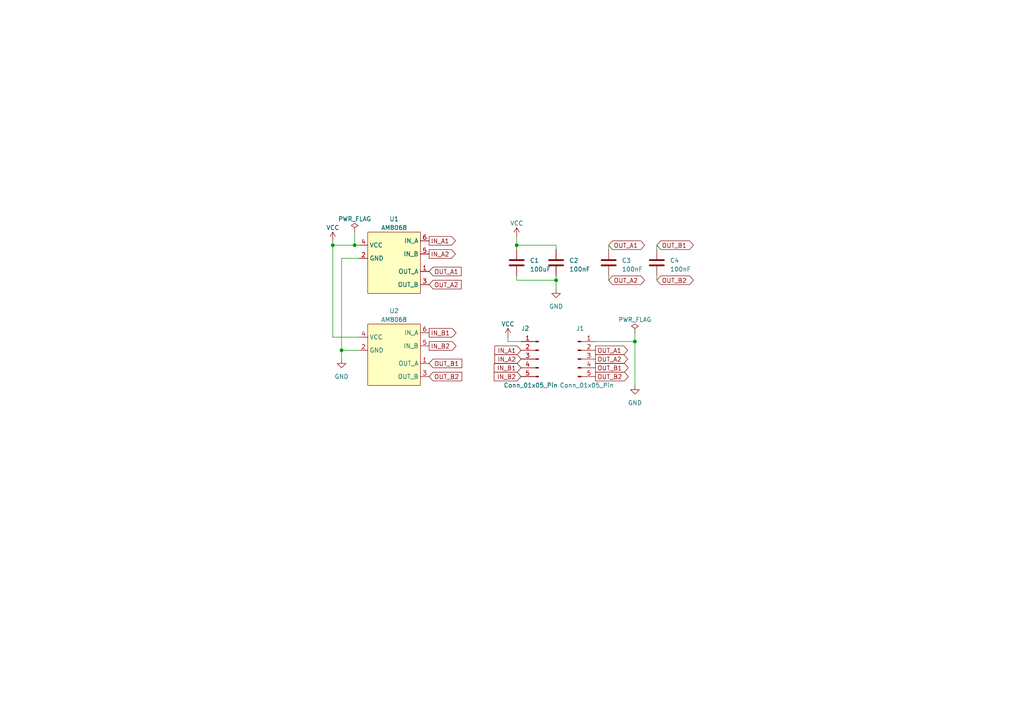
<source format=kicad_sch>
(kicad_sch (version 20230121) (generator eeschema)
  (paper "A4")
  (title_block (title "Dual_AM8068_Module") (date "2024-05-25") (rev "1"))
  (lib_symbols
    (symbol "AMtek:AM8068"
      (property "Reference" "U" (at 0 10.16 0))
      (property "Value" "AM8068" (at 0 0 0))
      (symbol "AM8068_1_1"
        (rectangle (start -7.62 8.89) (end 7.62 -8.89) (fill (type background)))
        (pin output line (at 10.16 -2.54 180) (length 2.54) (name "OUT_A") (number "1"))
        (pin power_in line (at -10.16 1.27 0) (length 2.54) (name "GND") (number "2"))
        (pin output line (at 10.16 -6.35 180) (length 2.54) (name "OUT_B") (number "3"))
        (pin power_in line (at -10.16 5.08 0) (length 2.54) (name "VCC") (number "4"))
        (pin input line (at 10.16 2.54 180) (length 2.54) (name "IN_B") (number "5"))
        (pin input line (at 10.16 6.35 180) (length 2.54) (name "IN_A") (number "6"))
      )
    )
    (symbol "Connector:Conn_01x05_Pin" (pin_names (offset 1.016) hide)
      (property "Reference" "J" (at 0 7.62 0))
      (property "Value" "Conn_01x05_Pin" (at 0 -7.62 0))
      (symbol "Conn_01x05_Pin_1_1"
        (polyline (pts (xy 1.27 -5.08) (xy 0.8636 -5.08)) (stroke (width 0.1524)))
        (polyline (pts (xy 1.27 -2.54) (xy 0.8636 -2.54)) (stroke (width 0.1524)))
        (polyline (pts (xy 1.27 0) (xy 0.8636 0)) (stroke (width 0.1524)))
        (polyline (pts (xy 1.27 2.54) (xy 0.8636 2.54)) (stroke (width 0.1524)))
        (polyline (pts (xy 1.27 5.08) (xy 0.8636 5.08)) (stroke (width 0.1524)))
        (rectangle (start 0.8636 -4.953) (end 0 -5.207) (stroke (width 0.1524)) (fill (type outline)))
        (rectangle (start 0.8636 -2.413) (end 0 -2.667) (stroke (width 0.1524)) (fill (type outline)))
        (rectangle (start 0.8636 0.127) (end 0 -0.127) (stroke (width 0.1524)) (fill (type outline)))
        (rectangle (start 0.8636 2.667) (end 0 2.413) (stroke (width 0.1524)) (fill (type outline)))
        (rectangle (start 0.8636 5.207) (end 0 4.953) (stroke (width 0.1524)) (fill (type outline)))
        (pin passive line (at 5.08 5.08 180) (length 3.81) (name "Pin_1") (number "1"))
        (pin passive line (at 5.08 2.54 180) (length 3.81) (name "Pin_2") (number "2"))
        (pin passive line (at 5.08 0 180) (length 3.81) (name "Pin_3") (number "3"))
        (pin passive line (at 5.08 -2.54 180) (length 3.81) (name "Pin_4") (number "4"))
        (pin passive line (at 5.08 -5.08 180) (length 3.81) (name "Pin_5") (number "5"))
      )
    )
    (symbol "Device:C" (pin_numbers hide) (pin_names (offset 0.254))
      (property "Reference" "C" (at 0.635 2.54 0))
      (property "Value" "C" (at 0.635 -2.54 0))
      (symbol "C_0_1"
        (polyline (pts (xy -2.032 -0.762) (xy 2.032 -0.762)) (stroke (width 0.508)))
        (polyline (pts (xy -2.032 0.762) (xy 2.032 0.762)) (stroke (width 0.508)))
      )
      (symbol "C_1_1"
        (pin passive line (at 0 3.81 270) (length 2.794) (name "~") (number "1"))
        (pin passive line (at 0 -3.81 90) (length 2.794) (name "~") (number "2"))
      )
    )
    (symbol "power:GND" (power) (pin_names (offset 0))
      (property "Value" "GND" (at 0 -3.81 0))
      (symbol "GND_0_1"
        (polyline (pts (xy 0 0) (xy 0 -1.27) (xy 1.27 -1.27) (xy 0 -2.54) (xy -1.27 -1.27) (xy 0 -1.27)))
      )
      (symbol "GND_1_1"
        (pin power_in line (at 0 0 270) (length 0) hide (name "GND") (number "1"))
      )
    )
    (symbol "power:PWR_FLAG" (power) (pin_numbers hide) (pin_names (offset 0) hide)
      (property "Value" "PWR_FLAG" (at 0 3.81 0))
      (symbol "PWR_FLAG_0_0"
        (pin power_out line (at 0 0 90) (length 0) (name "pwr") (number "1"))
      )
      (symbol "PWR_FLAG_0_1"
        (polyline (pts (xy 0 0) (xy 0 1.27) (xy -1.016 1.905) (xy 0 2.54) (xy 1.016 1.905) (xy 0 1.27)))
      )
    )
    (symbol "power:VCC" (power) (pin_names (offset 0))
      (property "Value" "VCC" (at 0 3.81 0))
      (symbol "VCC_0_1"
        (polyline (pts (xy -0.762 1.27) (xy 0 2.54)))
        (polyline (pts (xy 0 0) (xy 0 2.54)))
        (polyline (pts (xy 0 2.54) (xy 0.762 1.27)))
      )
      (symbol "VCC_1_1"
        (pin power_in line (at 0 0 90) (length 0) hide (name "VCC") (number "1"))
      )
    )
  )
  (junction (at 102.87 71.12))
  (junction (at 149.86 71.12))
  (junction (at 184.15 99.06))
  (junction (at 99.06 101.6))
  (junction (at 161.29 81.28))
  (junction (at 96.52 71.12))
  (wire (pts (xy 149.86 68.58) (xy 149.86 71.12)))
  (wire (pts (xy 102.87 67.31) (xy 102.87 71.12)))
  (wire (pts (xy 149.86 81.28) (xy 149.86 80.01)))
  (wire (pts (xy 190.5 81.28) (xy 190.5 80.01)))
  (wire (pts (xy 96.52 97.79) (xy 104.14 97.79)))
  (wire (pts (xy 176.53 81.28) (xy 176.53 80.01)))
  (wire (pts (xy 96.52 69.85) (xy 96.52 71.12)))
  (wire (pts (xy 147.32 99.06) (xy 147.32 97.79)))
  (wire (pts (xy 149.86 71.12) (xy 161.29 71.12)))
  (wire (pts (xy 161.29 80.01) (xy 161.29 81.28)))
  (wire (pts (xy 161.29 81.28) (xy 149.86 81.28)))
  (wire (pts (xy 190.5 71.12) (xy 190.5 72.39)))
  (wire (pts (xy 102.87 71.12) (xy 104.14 71.12)))
  (wire (pts (xy 99.06 101.6) (xy 99.06 104.14)))
  (wire (pts (xy 96.52 71.12) (xy 102.87 71.12)))
  (wire (pts (xy 184.15 96.52) (xy 184.15 99.06)))
  (wire (pts (xy 96.52 71.12) (xy 96.52 97.79)))
  (wire (pts (xy 176.53 71.12) (xy 176.53 72.39)))
  (wire (pts (xy 99.06 101.6) (xy 104.14 101.6)))
  (wire (pts (xy 151.13 99.06) (xy 147.32 99.06)))
  (wire (pts (xy 149.86 71.12) (xy 149.86 72.39)))
  (wire (pts (xy 184.15 99.06) (xy 184.15 111.76)))
  (wire (pts (xy 161.29 81.28) (xy 161.29 83.82)))
  (wire (pts (xy 99.06 74.93) (xy 99.06 101.6)))
  (wire (pts (xy 172.72 99.06) (xy 184.15 99.06)))
  (wire (pts (xy 161.29 71.12) (xy 161.29 72.39)))
  (wire (pts (xy 104.14 74.93) (xy 99.06 74.93)))
  (global_label "OUT_B1" (shape input) (at 124.46 105.41 0) (property "Intersheetrefs" "${INTERSHEET_REFS}" (effects hide)))
  (global_label "IN_A1" (shape input) (at 151.13 101.6 180) (property "Intersheetrefs" "${INTERSHEET_REFS}" (effects hide)))
  (global_label "IN_B1" (shape input) (at 151.13 106.68 180) (property "Intersheetrefs" "${INTERSHEET_REFS}" (effects hide)))
  (global_label "OUT_B1" (shape output) (at 172.72 106.68 0) (property "Intersheetrefs" "${INTERSHEET_REFS}" (effects hide)))
  (global_label "IN_A2" (shape output) (at 124.46 73.66 0) (property "Intersheetrefs" "${INTERSHEET_REFS}" (effects hide)))
  (global_label "IN_A2" (shape input) (at 151.13 104.14 180) (property "Intersheetrefs" "${INTERSHEET_REFS}" (effects hide)))
  (global_label "OUT_A2" (shape output) (at 172.72 104.14 0) (property "Intersheetrefs" "${INTERSHEET_REFS}" (effects hide)))
  (global_label "OUT_A2" (shape tri_state) (at 176.53 81.28 0) (property "Intersheetrefs" "${INTERSHEET_REFS}" (effects hide)))
  (global_label "IN_B2" (shape output) (at 124.46 100.33 0) (property "Intersheetrefs" "${INTERSHEET_REFS}" (effects hide)))
  (global_label "OUT_B2" (shape input) (at 124.46 109.22 0) (property "Intersheetrefs" "${INTERSHEET_REFS}" (effects hide)))
  (global_label "OUT_B1" (shape tri_state) (at 190.5 71.12 0) (property "Intersheetrefs" "${INTERSHEET_REFS}" (effects hide)))
  (global_label "OUT_A1" (shape output) (at 172.72 101.6 0) (property "Intersheetrefs" "${INTERSHEET_REFS}" (effects hide)))
  (global_label "OUT_A2" (shape input) (at 124.46 82.55 0) (property "Intersheetrefs" "${INTERSHEET_REFS}" (effects hide)))
  (global_label "IN_B1" (shape output) (at 124.46 96.52 0) (property "Intersheetrefs" "${INTERSHEET_REFS}" (effects hide)))
  (global_label "IN_B2" (shape input) (at 151.13 109.22 180) (property "Intersheetrefs" "${INTERSHEET_REFS}" (effects hide)))
  (global_label "IN_A1" (shape output) (at 124.46 69.85 0) (property "Intersheetrefs" "${INTERSHEET_REFS}" (effects hide)))
  (global_label "OUT_A1" (shape input) (at 124.46 78.74 0) (property "Intersheetrefs" "${INTERSHEET_REFS}" (effects hide)))
  (global_label "OUT_B2" (shape output) (at 172.72 109.22 0) (property "Intersheetrefs" "${INTERSHEET_REFS}" (effects hide)))
  (global_label "OUT_A1" (shape tri_state) (at 176.53 71.12 0) (property "Intersheetrefs" "${INTERSHEET_REFS}" (effects hide)))
  (global_label "OUT_B2" (shape tri_state) (at 190.5 81.28 0) (property "Intersheetrefs" "${INTERSHEET_REFS}" (effects hide)))
  (symbol (lib_id "power:GND") (at 99.06 104.14 0) (unit 1)
    (property "Reference" "#PWR02" (effects hide))
    (property "Value" "GND" (at 99.06 109.22 0))
  )
  (symbol (lib_id "Connector:Conn_01x05_Pin") (at 167.64 104.14 0) (unit 1)
    (property "Reference" "J1" (at 168.275 95.25 0))
    (property "Value" "Conn_01x05_Pin" (at 170.18 111.76 0))
    (property "Footprint" "MyParts:NTH5" (effects hide))
  )
  (symbol (lib_id "Device:C") (at 176.53 76.2 0) (unit 1)
    (property "Reference" "C3" (at 180.34 75.565 0) (effects (justify left)))
    (property "Value" "100nF" (at 180.34 78.105 0) (effects (justify left)))
    (property "Footprint" "Capacitor_SMD:C_0603_1608Metric" (effects hide))
  )
  (symbol (lib_id "AMtek:AM8068") (at 114.3 76.2 0) (unit 1)
    (property "Reference" "U1" (at 114.3 63.5 0))
    (property "Value" "AM8068" (at 114.3 66.04 0))
    (property "Footprint" "Package_TO_SOT_SMD:SOT-23-6" (effects hide))
    (property "Datasheet" "http://www.amtek-semi.com/en/products/detail/78" (effects hide))
  )
  (symbol (lib_id "power:VCC") (at 147.32 97.79 0) (unit 1)
    (property "Reference" "#PWR04" (effects hide))
    (property "Value" "VCC" (at 147.32 93.98 0))
  )
  (symbol (lib_id "Device:C") (at 149.86 76.2 0) (unit 1)
    (property "Reference" "C1" (at 153.67 75.565 0) (effects (justify left)))
    (property "Value" "100uF" (at 153.67 78.105 0) (effects (justify left)))
    (property "Footprint" "Capacitor_SMD:C_1206_3216Metric" (effects hide))
  )
  (symbol (lib_id "power:PWR_FLAG") (at 102.87 67.31 0) (unit 1)
    (property "Reference" "#FLG01" (effects hide))
    (property "Value" "PWR_FLAG" (at 102.87 63.5 0))
  )
  (symbol (lib_id "Device:C") (at 161.29 76.2 0) (unit 1)
    (property "Reference" "C2" (at 165.1 75.565 0) (effects (justify left)))
    (property "Value" "100nF" (at 165.1 78.105 0) (effects (justify left)))
    (property "Footprint" "Capacitor_SMD:C_0603_1608Metric" (effects hide))
  )
  (symbol (lib_id "Device:C") (at 190.5 76.2 0) (unit 1)
    (property "Reference" "C4" (at 194.31 75.565 0) (effects (justify left)))
    (property "Value" "100nF" (at 194.31 78.105 0) (effects (justify left)))
    (property "Footprint" "Capacitor_SMD:C_0603_1608Metric" (effects hide))
  )
  (symbol (lib_id "power:GND") (at 184.15 111.76 0) (unit 1)
    (property "Reference" "#PWR03" (effects hide))
    (property "Value" "GND" (at 184.15 116.84 0))
  )
  (symbol (lib_id "Connector:Conn_01x05_Pin") (at 156.21 104.14 0) (mirror y) (unit 1)
    (property "Reference" "J2" (at 151.13 95.25 0) (effects (justify right)))
    (property "Value" "Conn_01x05_Pin" (at 146.05 111.76 0) (effects (justify right)))
    (property "Footprint" "MyParts:NTH5" (effects hide))
  )
  (symbol (lib_id "power:VCC") (at 96.52 69.85 0) (unit 1)
    (property "Reference" "#PWR01" (effects hide))
    (property "Value" "VCC" (at 96.52 66.04 0))
  )
  (symbol (lib_id "AMtek:AM8068") (at 114.3 102.87 0) (unit 1)
    (property "Reference" "U2" (at 114.3 90.17 0))
    (property "Value" "AM8068" (at 114.3 92.71 0))
    (property "Footprint" "Package_TO_SOT_SMD:SOT-23-6" (effects hide))
    (property "Datasheet" "http://www.amtek-semi.com/en/products/detail/78" (effects hide))
  )
  (symbol (lib_id "power:GND") (at 161.29 83.82 0) (unit 1)
    (property "Reference" "#PWR06" (effects hide))
    (property "Value" "GND" (at 161.29 88.9 0))
  )
  (symbol (lib_id "power:PWR_FLAG") (at 184.15 96.52 0) (unit 1)
    (property "Reference" "#FLG02" (effects hide))
    (property "Value" "PWR_FLAG" (at 184.15 92.71 0))
  )
  (symbol (lib_id "power:VCC") (at 149.86 68.58 0) (unit 1)
    (property "Reference" "#PWR05" (effects hide))
    (property "Value" "VCC" (at 149.86 64.77 0))
  )
)
</source>
